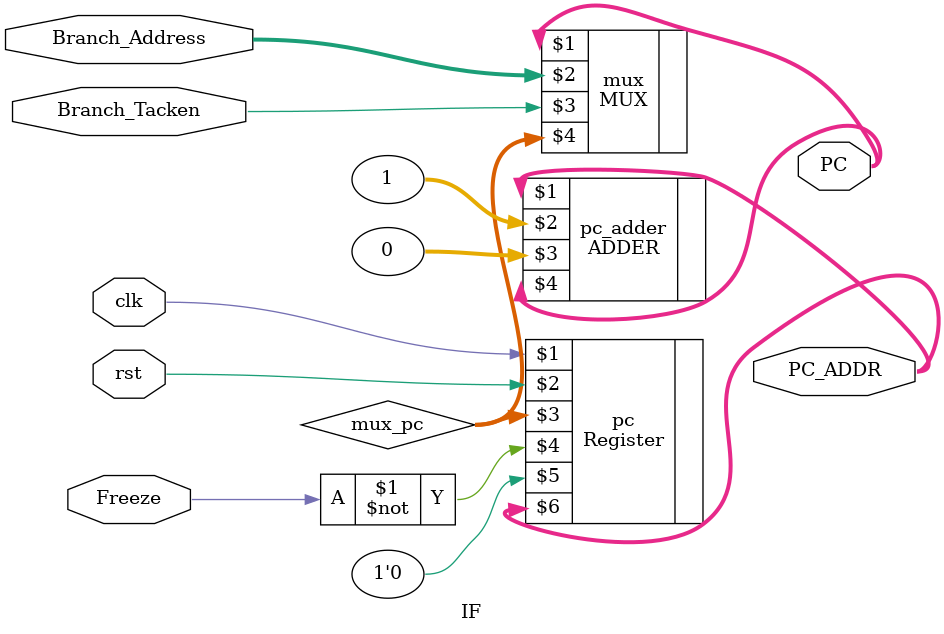
<source format=v>


module IF(
    input clk, rst,
    input [31:0] Branch_Address,
    input Branch_Tacken,
    input Freeze,
    output [31:0] PC, PC_ADDR
    );
    wire [31:0] mux_pc;
    MUX mux(PC, Branch_Address, Branch_Tacken, mux_pc);
    Register pc(clk, rst, mux_pc, ~Freeze, 1'b0, PC_ADDR);
    ADDER pc_adder(PC_ADDR, 1, 0, PC);
endmodule

</source>
